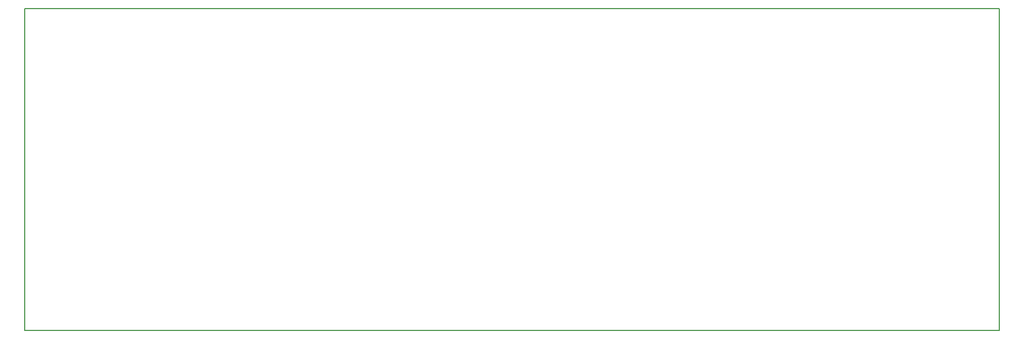
<source format=gko>
G04 #@! TF.FileFunction,Profile,NP*
%FSLAX46Y46*%
G04 Gerber Fmt 4.6, Leading zero omitted, Abs format (unit mm)*
G04 Created by KiCad (PCBNEW 4.0.0-stable) date 3/18/2016 11:08:59 AM*
%MOMM*%
G01*
G04 APERTURE LIST*
%ADD10C,0.100000*%
%ADD11C,0.150000*%
G04 APERTURE END LIST*
D10*
D11*
X250190000Y-30480000D02*
X96520000Y-30480000D01*
X250190000Y-81280000D02*
X250190000Y-30480000D01*
X96520000Y-81280000D02*
X250190000Y-81280000D01*
X96520000Y-30480000D02*
X96520000Y-81280000D01*
M02*

</source>
